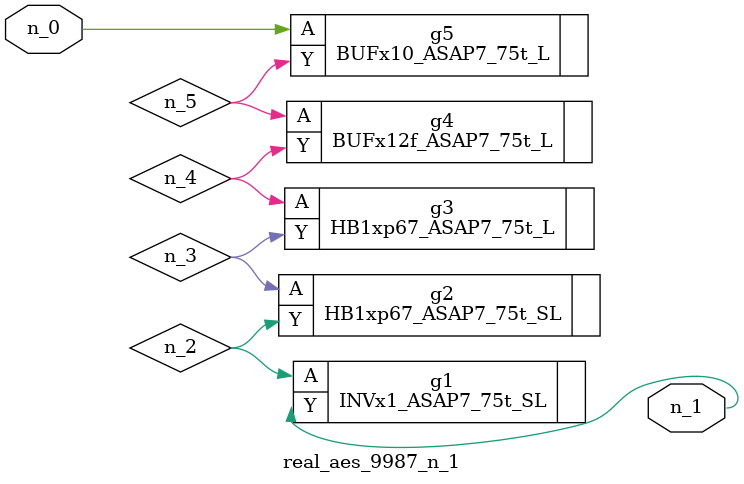
<source format=v>
module real_aes_9987_n_1 (n_0, n_1);
input n_0;
output n_1;
wire n_4;
wire n_3;
wire n_5;
wire n_2;
BUFx10_ASAP7_75t_L g5 ( .A(n_0), .Y(n_5) );
INVx1_ASAP7_75t_SL g1 ( .A(n_2), .Y(n_1) );
HB1xp67_ASAP7_75t_SL g2 ( .A(n_3), .Y(n_2) );
HB1xp67_ASAP7_75t_L g3 ( .A(n_4), .Y(n_3) );
BUFx12f_ASAP7_75t_L g4 ( .A(n_5), .Y(n_4) );
endmodule
</source>
